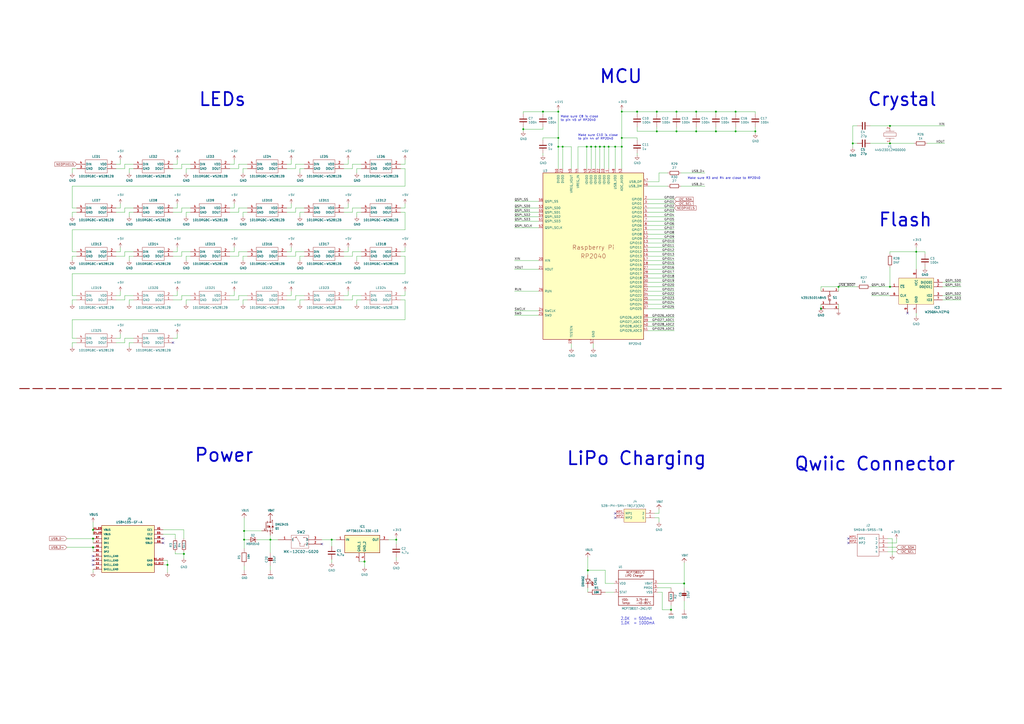
<source format=kicad_sch>
(kicad_sch (version 20231120) (generator "eeschema") (generator_version "8.0")
  (paper "A2")
  (junction (at 97.155 327.66))
  (junction (at 340.995 330.835))
  (junction (at 106.68 321.31))
  (junction (at 314.96 64.77))
  (junction (at 141.605 313.055))
  (junction (at 53.975 317.5))
  (junction (at 516.255 83.185))
  (junction (at 516.255 166.37))
  (junction (at 486.41 166.37))
  (junction (at 356.87 85.09))
  (junction (at 156.845 313.055))
  (junction (at 211.455 325.755))
  (junction (at 303.53 74.93))
  (junction (at 531.495 146.05))
  (junction (at 369.57 64.77))
  (junction (at 426.72 76.2))
  (junction (at 360.68 64.77))
  (junction (at 403.86 64.77))
  (junction (at 360.68 85.09))
  (junction (at 426.72 64.77))
  (junction (at 53.975 307.34))
  (junction (at 392.43 76.2))
  (junction (at 350.52 85.09))
  (junction (at 392.43 64.77))
  (junction (at 326.39 85.09))
  (junction (at 53.975 312.42))
  (junction (at 381 64.77))
  (junction (at 141.605 307.975))
  (junction (at 347.98 85.09))
  (junction (at 353.06 85.09))
  (junction (at 345.44 85.09))
  (junction (at 389.255 353.695))
  (junction (at 516.255 73.025))
  (junction (at 192.405 313.055))
  (junction (at 360.68 80.01))
  (junction (at 494.665 83.185))
  (junction (at 438.15 76.2))
  (junction (at 403.86 76.2))
  (junction (at 340.36 85.09))
  (junction (at 323.85 85.09))
  (junction (at 415.29 76.2))
  (junction (at 229.87 313.055))
  (junction (at 342.9 85.09))
  (junction (at 415.29 64.77))
  (junction (at 476.25 179.07))
  (junction (at 323.85 64.77))
  (junction (at 323.85 80.01))
  (junction (at 396.875 338.455))
  (junction (at 381 76.2))
  (no_connect (at 53.975 325.12))
  (no_connect (at 94.615 312.42))
  (no_connect (at 53.975 327.66))
  (no_connect (at 492.125 312.42))
  (no_connect (at 94.615 314.96))
  (no_connect (at 186.69 315.595))
  (no_connect (at 526.415 181.61))
  (no_connect (at 356.87 300.355))
  (no_connect (at 53.975 322.58))
  (no_connect (at 492.125 314.96))
  (no_connect (at 100.33 198.755))
  (no_connect (at 476.25 179.07))
  (no_connect (at 356.87 297.815))
  (wire (pts (xy 375.92 118.11) (xy 391.16 118.11)))
  (wire (pts (xy 171.45 171.45) (xy 171.45 173.99)))
  (wire (pts (xy 229.87 323.215) (xy 229.87 325.12)))
  (wire (pts (xy 166.37 146.05) (xy 168.91 146.05)))
  (wire (pts (xy 375.92 133.35) (xy 391.16 133.35)))
  (wire (pts (xy 176.53 146.05) (xy 171.45 146.05)))
  (wire (pts (xy 375.92 173.99) (xy 391.16 173.99)))
  (wire (pts (xy 375.92 138.43) (xy 391.16 138.43)))
  (wire (pts (xy 106.68 312.42) (xy 106.68 307.34)))
  (wire (pts (xy 225.425 313.055) (xy 229.87 313.055)))
  (wire (pts (xy 323.85 63.5) (xy 323.85 64.77)))
  (wire (pts (xy 379.73 297.815) (xy 382.27 297.815)))
  (wire (pts (xy 520.065 314.96) (xy 514.985 314.96)))
  (wire (pts (xy 53.975 317.5) (xy 53.975 320.04)))
  (wire (pts (xy 350.52 97.79) (xy 350.52 85.09)))
  (wire (pts (xy 314.96 80.01) (xy 323.85 80.01)))
  (wire (pts (xy 375.92 179.07) (xy 391.16 179.07)))
  (wire (pts (xy 41.91 198.755) (xy 44.45 198.755)))
  (wire (pts (xy 67.31 196.215) (xy 69.85 196.215)))
  (wire (pts (xy 74.93 148.59) (xy 77.47 148.59)))
  (wire (pts (xy 209.55 95.25) (xy 204.47 95.25)))
  (wire (pts (xy 156.845 310.515) (xy 156.845 313.055)) (stroke (width 0.1524)))
  (wire (pts (xy 67.31 95.25) (xy 69.85 95.25)))
  (wire (pts (xy 74.93 173.99) (xy 77.47 173.99)))
  (wire (pts (xy 105.41 173.99) (xy 100.33 173.99)))
  (wire (pts (xy 232.41 171.45) (xy 234.95 171.45)))
  (wire (pts (xy 426.72 76.2) (xy 438.15 76.2)))
  (wire (pts (xy 72.39 146.05) (xy 72.39 148.59)))
  (wire (pts (xy 41.91 173.99) (xy 44.45 173.99)))
  (wire (pts (xy 141.605 307.975) (xy 141.605 300.355)) (stroke (width 0.1524)))
  (wire (pts (xy 107.95 97.79) (xy 110.49 97.79)))
  (wire (pts (xy 102.87 92.71) (xy 102.87 95.25)))
  (wire (pts (xy 312.42 168.91) (xy 298.45 168.91)))
  (wire (pts (xy 74.93 198.755) (xy 77.47 198.755)))
  (wire (pts (xy 312.42 182.88) (xy 298.45 182.88)))
  (wire (pts (xy 375.92 186.69) (xy 391.16 186.69)))
  (wire (pts (xy 331.47 85.09) (xy 326.39 85.09)))
  (wire (pts (xy 546.735 166.37) (xy 557.53 166.37)))
  (wire (pts (xy 171.45 95.25) (xy 171.45 97.79)))
  (wire (pts (xy 379.73 300.355) (xy 382.27 300.355)))
  (wire (pts (xy 144.145 313.055) (xy 141.605 313.055)) (stroke (width 0.1524)))
  (wire (pts (xy 476.25 166.37) (xy 486.41 166.37)))
  (wire (pts (xy 415.29 66.04) (xy 415.29 64.77)))
  (wire (pts (xy 166.37 171.45) (xy 168.91 171.45)))
  (wire (pts (xy 72.39 95.25) (xy 72.39 97.79)))
  (wire (pts (xy 375.92 107.95) (xy 387.35 107.95)))
  (wire (pts (xy 516.255 83.185) (xy 530.225 83.185)))
  (wire (pts (xy 110.49 120.65) (xy 105.41 120.65)))
  (wire (pts (xy 201.93 118.11) (xy 201.93 120.65)))
  (wire (pts (xy 234.95 118.11) (xy 234.95 120.65)))
  (wire (pts (xy 520.065 317.5) (xy 514.985 317.5)))
  (wire (pts (xy 351.155 343.535) (xy 356.235 343.535)) (stroke (width 0.1524)))
  (wire (pts (xy 173.99 148.59) (xy 176.53 148.59)))
  (wire (pts (xy 201.93 168.91) (xy 201.93 171.45)))
  (wire (pts (xy 171.45 120.65) (xy 171.45 123.19)))
  (wire (pts (xy 105.41 120.65) (xy 105.41 123.19)))
  (wire (pts (xy 546.735 163.83) (xy 557.53 163.83)))
  (wire (pts (xy 229.87 313.055) (xy 229.87 315.595)))
  (wire (pts (xy 381.635 340.995) (xy 389.255 340.995)) (stroke (width 0.1524)))
  (wire (pts (xy 209.55 171.45) (xy 204.47 171.45)))
  (wire (pts (xy 141.605 330.835) (xy 141.605 328.295)) (stroke (width 0.1524)))
  (wire (pts (xy 486.41 166.37) (xy 486.41 168.91)))
  (wire (pts (xy 207.01 125.73) (xy 207.01 123.19)))
  (wire (pts (xy 323.85 85.09) (xy 323.85 97.79)))
  (wire (pts (xy 77.47 95.25) (xy 72.39 95.25)))
  (wire (pts (xy 204.47 146.05) (xy 204.47 148.59)))
  (wire (pts (xy 199.39 146.05) (xy 201.93 146.05)))
  (wire (pts (xy 72.39 123.19) (xy 67.31 123.19)))
  (wire (pts (xy 53.975 307.34) (xy 53.975 309.88)))
  (wire (pts (xy 106.68 323.85) (xy 106.68 321.31)))
  (wire (pts (xy 143.51 95.25) (xy 138.43 95.25)))
  (wire (pts (xy 298.45 120.65) (xy 312.42 120.65)))
  (wire (pts (xy 107.95 148.59) (xy 110.49 148.59)))
  (wire (pts (xy 211.455 328.93) (xy 211.455 325.755)))
  (wire (pts (xy 494.665 83.185) (xy 494.665 85.725)))
  (wire (pts (xy 173.99 173.99) (xy 176.53 173.99)))
  (wire (pts (xy 531.495 143.51) (xy 531.495 146.05)))
  (wire (pts (xy 340.36 85.09) (xy 342.9 85.09)))
  (wire (pts (xy 102.87 118.11) (xy 102.87 120.65)))
  (wire (pts (xy 381.635 338.455) (xy 396.875 338.455)) (stroke (width 0.1524)))
  (wire (pts (xy 375.92 171.45) (xy 391.16 171.45)))
  (wire (pts (xy 351.155 338.455) (xy 356.235 338.455)) (stroke (width 0.1524)))
  (wire (pts (xy 41.91 97.79) (xy 44.45 97.79)))
  (wire (pts (xy 138.43 171.45) (xy 138.43 173.99)))
  (wire (pts (xy 105.41 148.59) (xy 100.33 148.59)))
  (wire (pts (xy 168.91 92.71) (xy 168.91 95.25)))
  (wire (pts (xy 194.945 313.055) (xy 192.405 313.055)))
  (wire (pts (xy 531.495 183.515) (xy 531.495 181.61)))
  (wire (pts (xy 303.53 73.66) (xy 303.53 74.93)))
  (wire (pts (xy 135.89 168.91) (xy 135.89 171.45)))
  (wire (pts (xy 106.68 321.31) (xy 106.68 320.04)))
  (wire (pts (xy 69.85 118.11) (xy 69.85 120.65)))
  (wire (pts (xy 375.92 156.21) (xy 391.16 156.21)))
  (wire (pts (xy 375.92 176.53) (xy 391.16 176.53)))
  (wire (pts (xy 204.47 97.79) (xy 199.39 97.79)))
  (wire (pts (xy 340.995 330.835) (xy 351.155 330.835)) (stroke (width 0.1524)))
  (wire (pts (xy 156.845 313.055) (xy 161.29 313.055)))
  (wire (pts (xy 140.97 173.99) (xy 143.51 173.99)))
  (wire (pts (xy 396.875 326.39) (xy 396.875 338.455)) (stroke (width 0.1524)))
  (wire (pts (xy 356.87 97.79) (xy 356.87 85.09)))
  (wire (pts (xy 517.525 312.42) (xy 514.985 312.42)))
  (wire (pts (xy 520.065 320.04) (xy 514.985 320.04)))
  (wire (pts (xy 135.89 92.71) (xy 135.89 95.25)))
  (wire (pts (xy 41.91 146.05) (xy 44.45 146.05)))
  (wire (pts (xy 101.6 320.04) (xy 101.6 321.31)))
  (wire (pts (xy 486.41 166.37) (xy 497.205 166.37)))
  (wire (pts (xy 77.47 120.65) (xy 72.39 120.65)))
  (wire (pts (xy 176.53 95.25) (xy 171.45 95.25)))
  (wire (pts (xy 207.01 173.99) (xy 209.55 173.99)))
  (wire (pts (xy 207.01 176.53) (xy 207.01 173.99)))
  (wire (pts (xy 516.255 154.94) (xy 516.255 166.37)))
  (wire (pts (xy 151.765 307.975) (xy 141.605 307.975)) (stroke (width 0.1524)))
  (wire (pts (xy 546.735 173.99) (xy 557.53 173.99)))
  (wire (pts (xy 204.47 171.45) (xy 204.47 173.99)))
  (wire (pts (xy 234.95 148.59) (xy 234.95 158.75)))
  (wire (pts (xy 186.69 313.055) (xy 192.405 313.055)))
  (wire (pts (xy 138.43 95.25) (xy 138.43 97.79)))
  (polyline (pts (xy 11.43 225.425) (xy 581.66 225.425)) (stroke (width 0.508) (type dash) (color 132 0 0 1)))
  (wire (pts (xy 173.99 151.13) (xy 173.99 148.59)))
  (wire (pts (xy 375.92 135.89) (xy 391.16 135.89)))
  (wire (pts (xy 176.53 171.45) (xy 171.45 171.45)))
  (wire (pts (xy 375.92 191.77) (xy 391.16 191.77)))
  (wire (pts (xy 375.92 115.57) (xy 391.16 115.57)))
  (wire (pts (xy 234.95 185.42) (xy 41.91 185.42)))
  (wire (pts (xy 106.68 307.34) (xy 94.615 307.34)))
  (wire (pts (xy 504.825 83.185) (xy 516.255 83.185)))
  (wire (pts (xy 173.99 97.79) (xy 176.53 97.79)))
  (wire (pts (xy 342.9 85.09) (xy 345.44 85.09)))
  (wire (pts (xy 415.29 73.66) (xy 415.29 76.2)))
  (wire (pts (xy 375.92 125.73) (xy 391.16 125.73)))
  (wire (pts (xy 97.155 325.12) (xy 94.615 325.12)))
  (wire (pts (xy 426.72 76.2) (xy 415.29 76.2)))
  (wire (pts (xy 204.47 123.19) (xy 199.39 123.19)))
  (wire (pts (xy 77.47 196.215) (xy 72.39 196.215)))
  (wire (pts (xy 41.91 158.75) (xy 41.91 171.45)))
  (wire (pts (xy 138.43 146.05) (xy 138.43 148.59)))
  (wire (pts (xy 312.42 180.34) (xy 298.45 180.34)))
  (wire (pts (xy 209.55 146.05) (xy 204.47 146.05)))
  (wire (pts (xy 143.51 146.05) (xy 138.43 146.05)))
  (wire (pts (xy 133.35 171.45) (xy 135.89 171.45)))
  (wire (pts (xy 168.91 143.51) (xy 168.91 146.05)))
  (wire (pts (xy 211.455 325.755) (xy 208.28 325.755)))
  (wire (pts (xy 382.27 300.355) (xy 382.27 302.895)))
  (wire (pts (xy 394.97 107.95) (xy 408.94 107.95)))
  (wire (pts (xy 394.97 100.33) (xy 408.94 100.33)))
  (wire (pts (xy 204.47 148.59) (xy 199.39 148.59)))
  (wire (pts (xy 149.225 313.055) (xy 156.845 313.055)) (stroke (width 0.1524)))
  (wire (pts (xy 381 76.2) (xy 369.57 76.2)))
  (wire (pts (xy 323.85 80.01) (xy 323.85 85.09)))
  (wire (pts (xy 326.39 97.79) (xy 326.39 85.09)))
  (wire (pts (xy 94.615 327.66) (xy 97.155 327.66)))
  (wire (pts (xy 105.41 97.79) (xy 100.33 97.79)))
  (wire (pts (xy 403.86 76.2) (xy 392.43 76.2)))
  (wire (pts (xy 331.47 97.79) (xy 331.47 85.09)))
  (wire (pts (xy 340.995 330.835) (xy 340.995 333.375)))
  (wire (pts (xy 133.35 146.05) (xy 135.89 146.05)))
  (wire (pts (xy 74.93 97.79) (xy 77.47 97.79)))
  (wire (pts (xy 360.68 85.09) (xy 360.68 97.79)))
  (wire (pts (xy 41.91 125.73) (xy 41.91 123.19)))
  (wire (pts (xy 350.52 85.09) (xy 353.06 85.09)))
  (wire (pts (xy 173.99 176.53) (xy 173.99 173.99)))
  (wire (pts (xy 353.06 85.09) (xy 356.87 85.09)))
  (wire (pts (xy 536.575 154.94) (xy 536.575 155.575)))
  (wire (pts (xy 74.93 176.53) (xy 74.93 173.99)))
  (wire (pts (xy 375.92 105.41) (xy 382.27 105.41)))
  (wire (pts (xy 69.85 168.91) (xy 69.85 171.45)))
  (wire (pts (xy 360.68 63.5) (xy 360.68 64.77)))
  (wire (pts (xy 360.68 80.01) (xy 360.68 85.09)))
  (wire (pts (xy 382.27 100.33) (xy 382.27 105.41)))
  (wire (pts (xy 504.825 166.37) (xy 516.255 166.37)))
  (wire (pts (xy 476.25 176.53) (xy 476.25 179.07)))
  (wire (pts (xy 403.86 66.04) (xy 403.86 64.77)))
  (wire (pts (xy 234.95 168.91) (xy 234.95 171.45)))
  (wire (pts (xy 110.49 171.45) (xy 105.41 171.45)))
  (wire (pts (xy 314.96 74.93) (xy 314.96 73.66)))
  (wire (pts (xy 335.28 97.79) (xy 335.28 85.09)))
  (wire (pts (xy 375.92 166.37) (xy 391.16 166.37)))
  (wire (pts (xy 342.9 97.79) (xy 342.9 85.09)))
  (wire (pts (xy 298.45 125.73) (xy 312.42 125.73)))
  (wire (pts (xy 381 66.04) (xy 381 64.77)))
  (wire (pts (xy 326.39 85.09) (xy 323.85 85.09)))
  (wire (pts (xy 41.91 171.45) (xy 44.45 171.45)))
  (wire (pts (xy 340.995 323.215) (xy 340.995 330.835)) (stroke (width 0.1524)))
  (wire (pts (xy 375.92 168.91) (xy 391.16 168.91)))
  (wire (pts (xy 105.41 171.45) (xy 105.41 173.99)))
  (wire (pts (xy 41.91 185.42) (xy 41.91 196.215)))
  (wire (pts (xy 199.39 120.65) (xy 201.93 120.65)))
  (wire (pts (xy 360.68 64.77) (xy 369.57 64.77)))
  (wire (pts (xy 97.155 332.105) (xy 97.155 327.66)))
  (wire (pts (xy 102.87 193.675) (xy 102.87 196.215)))
  (wire (pts (xy 375.92 146.05) (xy 391.16 146.05)))
  (wire (pts (xy 536.575 147.32) (xy 536.575 146.05)))
  (wire (pts (xy 173.99 100.33) (xy 173.99 97.79)))
  (wire (pts (xy 140.97 176.53) (xy 140.97 173.99)))
  (wire (pts (xy 135.89 118.11) (xy 135.89 120.65)))
  (wire (pts (xy 369.57 88.9) (xy 369.57 90.17)))
  (wire (pts (xy 140.97 97.79) (xy 143.51 97.79)))
  (wire (pts (xy 72.39 171.45) (xy 72.39 173.99)))
  (wire (pts (xy 41.91 120.65) (xy 44.45 120.65)))
  (wire (pts (xy 375.92 143.51) (xy 391.16 143.51)))
  (wire (pts (xy 546.735 171.45) (xy 557.53 171.45)))
  (wire (pts (xy 72.39 97.79) (xy 67.31 97.79)))
  (wire (pts (xy 41.91 151.13) (xy 41.91 148.59)))
  (wire (pts (xy 375.92 189.23) (xy 391.16 189.23)))
  (wire (pts (xy 67.31 146.05) (xy 69.85 146.05)))
  (wire (pts (xy 171.45 173.99) (xy 166.37 173.99)))
  (wire (pts (xy 347.98 85.09) (xy 350.52 85.09)))
  (wire (pts (xy 314.96 81.28) (xy 314.96 80.01)))
  (wire (pts (xy 204.47 173.99) (xy 199.39 173.99)))
  (wire (pts (xy 396.875 348.615) (xy 396.875 353.695)) (stroke (width 0.1524)))
  (wire (pts (xy 381.635 343.535) (xy 384.175 343.535)) (stroke (width 0.1524)))
  (wire (pts (xy 415.29 76.2) (xy 403.86 76.2)))
  (wire (pts (xy 369.57 64.77) (xy 381 64.77)))
  (wire (pts (xy 375.92 163.83) (xy 391.16 163.83)))
  (wire (pts (xy 516.255 146.05) (xy 531.495 146.05)))
  (wire (pts (xy 232.41 123.19) (xy 234.95 123.19)))
  (wire (pts (xy 298.45 151.13) (xy 312.42 151.13)))
  (wire (pts (xy 101.6 321.31) (xy 106.68 321.31)))
  (wire (pts (xy 207.01 151.13) (xy 207.01 148.59)))
  (wire (pts (xy 110.49 95.25) (xy 105.41 95.25)))
  (wire (pts (xy 340.36 97.79) (xy 340.36 85.09)))
  (wire (pts (xy 303.53 74.93) (xy 303.53 76.2)))
  (wire (pts (xy 41.91 133.35) (xy 41.91 146.05)))
  (wire (pts (xy 140.97 151.13) (xy 140.97 148.59)))
  (wire (pts (xy 207.01 123.19) (xy 209.55 123.19)))
  (wire (pts (xy 392.43 66.04) (xy 392.43 64.77)))
  (wire (pts (xy 516.255 73.025) (xy 548.005 73.025)))
  (wire (pts (xy 392.43 76.2) (xy 381 76.2)))
  (wire (pts (xy 351.155 330.835) (xy 351.155 338.455)) (stroke (width 0.1524)))
  (wire (pts (xy 344.17 199.39) (xy 344.17 201.93)))
  (wire (pts (xy 375.92 158.75) (xy 391.16 158.75)))
  (wire (pts (xy 345.44 97.79) (xy 345.44 85.09)))
  (wire (pts (xy 335.28 85.09) (xy 340.36 85.09)))
  (wire (pts (xy 232.41 173.99) (xy 234.95 173.99)))
  (wire (pts (xy 166.37 95.25) (xy 168.91 95.25)))
  (wire (pts (xy 171.45 97.79) (xy 166.37 97.79)))
  (wire (pts (xy 74.93 201.295) (xy 74.93 198.755)))
  (wire (pts (xy 375.92 153.67) (xy 391.16 153.67)))
  (wire (pts (xy 303.53 74.93) (xy 314.96 74.93)))
  (wire (pts (xy 381 73.66) (xy 381 76.2)))
  (wire (pts (xy 44.45 196.215) (xy 41.91 196.215)))
  (wire (pts (xy 207.01 97.79) (xy 209.55 97.79)))
  (wire (pts (xy 141.605 318.135) (xy 141.605 313.055)) (stroke (width 0.1524)))
  (wire (pts (xy 67.31 120.65) (xy 69.85 120.65)))
  (wire (pts (xy 369.57 73.66) (xy 369.57 76.2)))
  (wire (pts (xy 312.42 156.21) (xy 298.45 156.21)))
  (wire (pts (xy 340.995 340.995) (xy 340.995 343.535)))
  (wire (pts (xy 41.91 198.755) (xy 41.91 201.295)))
  (wire (pts (xy 314.96 66.04) (xy 314.96 64.77)))
  (wire (pts (xy 67.31 171.45) (xy 69.85 171.45)))
  (wire (pts (xy 201.93 92.71) (xy 201.93 95.25)))
  (wire (pts (xy 140.97 125.73) (xy 140.97 123.19)))
  (wire (pts (xy 426.72 64.77) (xy 438.15 64.77)))
  (wire (pts (xy 232.41 146.05) (xy 234.95 146.05)))
  (wire (pts (xy 347.98 97.79) (xy 347.98 85.09)))
  (wire (pts (xy 531.495 146.05) (xy 531.495 156.21)))
  (wire (pts (xy 314.96 88.9) (xy 314.96 90.17)))
  (wire (pts (xy 171.45 146.05) (xy 171.45 148.59)))
  (wire (pts (xy 41.91 107.95) (xy 41.91 120.65)))
  (wire (pts (xy 438.15 73.66) (xy 438.15 76.2)))
  (wire (pts (xy 375.92 130.81) (xy 391.16 130.81)))
  (wire (pts (xy 505.46 171.45) (xy 516.255 171.45)))
  (wire (pts (xy 102.87 168.91) (xy 102.87 171.45)))
  (wire (pts (xy 232.41 120.65) (xy 234.95 120.65)))
  (wire (pts (xy 133.35 95.25) (xy 135.89 95.25)))
  (wire (pts (xy 77.47 146.05) (xy 72.39 146.05)))
  (wire (pts (xy 38.735 312.42) (xy 53.975 312.42)))
  (wire (pts (xy 41.91 100.33) (xy 41.91 97.79)))
  (wire (pts (xy 72.39 198.755) (xy 67.31 198.755)))
  (wire (pts (xy 192.405 313.055) (xy 192.405 316.865)))
  (wire (pts (xy 192.405 326.39) (xy 192.405 324.485)))
  (wire (pts (xy 97.155 327.66) (xy 97.155 325.12)))
  (wire (pts (xy 396.875 338.455) (xy 396.875 340.995)) (stroke (width 0.1524)))
  (wire (pts (xy 369.57 81.28) (xy 369.57 80.01)))
  (wire (pts (xy 133.35 120.65) (xy 135.89 120.65)))
  (wire (pts (xy 234.95 158.75) (xy 41.91 158.75)))
  (wire (pts (xy 298.45 123.19) (xy 312.42 123.19)))
  (wire (pts (xy 207.01 148.59) (xy 209.55 148.59)))
  (wire (pts (xy 303.53 66.04) (xy 303.53 64.77)))
  (wire (pts (xy 102.87 143.51) (xy 102.87 146.05)))
  (wire (pts (xy 504.825 73.025) (xy 516.255 73.025)))
  (wire (pts (xy 375.92 140.97) (xy 391.16 140.97)))
  (wire (pts (xy 140.97 148.59) (xy 143.51 148.59)))
  (wire (pts (xy 100.33 171.45) (xy 102.87 171.45)))
  (wire (pts (xy 199.39 95.25) (xy 201.93 95.25)))
  (wire (pts (xy 204.47 95.25) (xy 204.47 97.79)))
  (wire (pts (xy 69.85 92.71) (xy 69.85 95.25)))
  (wire (pts (xy 234.95 97.79) (xy 234.95 107.95)))
  (wire (pts (xy 168.91 118.11) (xy 168.91 120.65)))
  (wire (pts (xy 403.86 64.77) (xy 415.29 64.77)))
  (wire (pts (xy 77.47 171.45) (xy 72.39 171.45)))
  (wire (pts (xy 168.91 168.91) (xy 168.91 171.45)))
  (wire (pts (xy 41.91 176.53) (xy 41.91 173.99)))
  (wire (pts (xy 360.68 80.01) (xy 369.57 80.01)))
  (wire (pts (xy 323.85 64.77) (xy 323.85 80.01)))
  (wire (pts (xy 520.065 312.42) (xy 520.065 314.96)))
  (wire (pts (xy 382.27 100.33) (xy 387.35 100.33)))
  (wire (pts (xy 100.33 95.25) (xy 102.87 95.25)))
  (wire (pts (xy 72.39 120.65) (xy 72.39 123.19)))
  (wire (pts (xy 486.41 176.53) (xy 486.41 179.07)))
  (wire (pts (xy 176.53 120.65) (xy 171.45 120.65)))
  (wire (pts (xy 204.47 120.65) (xy 204.47 123.19)))
  (wire (pts (xy 135.89 143.51) (xy 135.89 146.05)))
  (wire (pts (xy 403.86 73.66) (xy 403.86 76.2)))
  (wire (pts (xy 100.33 120.65) (xy 102.87 120.65)))
  (wire (pts (xy 171.45 123.19) (xy 166.37 123.19)))
  (wire (pts (xy 375.92 161.29) (xy 391.16 161.29)))
  (wire (pts (xy 173.99 123.19) (xy 176.53 123.19)))
  (wire (pts (xy 110.49 146.05) (xy 105.41 146.05)))
  (wire (pts (xy 375.92 123.19) (xy 391.16 123.19)))
  (wire (pts (xy 426.72 66.04) (xy 426.72 64.77)))
  (wire (pts (xy 41.91 148.59) (xy 44.45 148.59)))
  (wire (pts (xy 74.93 151.13) (xy 74.93 148.59)))
  (wire (pts (xy 201.93 143.51) (xy 201.93 146.05)))
  (wire (pts (xy 375.92 128.27) (xy 391.16 128.27)))
  (wire (pts (xy 438.15 66.04) (xy 438.15 64.77)))
  (wire (pts (xy 381 64.77) (xy 392.43 64.77)))
  (wire (pts (xy 69.85 143.51) (xy 69.85 146.05)))
  (wire (pts (xy 105.41 95.25) (xy 105.41 97.79)))
  (wire (pts (xy 415.29 64.77) (xy 426.72 64.77)))
  (wire (pts (xy 53.975 302.895) (xy 53.975 307.34)))
  (wire (pts (xy 38.735 317.5) (xy 53.975 317.5)))
  (wire (pts (xy 173.99 125.73) (xy 173.99 123.19)))
  (wire (pts (xy 392.43 73.66) (xy 392.43 76.2)))
  (wire (pts (xy 107.95 125.73) (xy 107.95 123.19)))
  (wire (pts (xy 209.55 120.65) (xy 204.47 120.65)))
  (wire (pts (xy 384.175 353.695) (xy 389.255 353.695)) (stroke (width 0.1524)))
  (wire (pts (xy 94.615 309.88) (xy 101.6 309.88)))
  (wire (pts (xy 72.39 196.215) (xy 72.39 198.755)))
  (wire (pts (xy 41.91 123.19) (xy 44.45 123.19)))
  (wire (pts (xy 312.42 132.08) (xy 298.45 132.08)))
  (wire (pts (xy 234.95 133.35) (xy 41.91 133.35)))
  (wire (pts (xy 303.53 64.77) (xy 314.96 64.77)))
  (wire (pts (xy 74.93 100.33) (xy 74.93 97.79)))
  (wire (pts (xy 207.01 100.33) (xy 207.01 97.79)))
  (wire (pts (xy 375.92 184.15) (xy 391.16 184.15)))
  (wire (pts (xy 234.95 92.71) (xy 234.95 95.25)))
  (wire (pts (xy 375.92 151.13) (xy 391.16 151.13)))
  (wire (pts (xy 312.42 116.84) (xy 298.45 116.84)))
  (wire (pts (xy 298.45 128.27) (xy 312.42 128.27)))
  (wire (pts (xy 234.95 173.99) (xy 234.95 185.42)))
  (wire (pts (xy 537.845 83.185) (xy 548.005 83.185)))
  (wire (pts (xy 138.43 123.19) (xy 133.35 123.19)))
  (wire (pts (xy 331.47 199.39) (xy 331.47 201.93)))
  (wire (pts (xy 497.205 83.185) (xy 494.665 83.185)))
  (wire (pts (xy 72.39 173.99) (xy 67.31 173.99)))
  (wire (pts (xy 171.45 148.59) (xy 166.37 148.59)))
  (wire (pts (xy 105.41 123.19) (xy 100.33 123.19)))
  (wire (pts (xy 360.68 64.77) (xy 360.68 80.01)))
  (wire (pts (xy 100.33 196.215) (xy 102.87 196.215)))
  (wire (pts (xy 516.255 147.32) (xy 516.255 146.05)))
  (wire (pts (xy 140.97 123.19) (xy 143.51 123.19)))
  (wire (pts (xy 166.37 120.65) (xy 168.91 120.65)))
  (wire (pts (xy 517.525 321.945) (xy 517.525 312.42)))
  (wire (pts (xy 138.43 173.99) (xy 133.35 173.99)))
  (wire (pts (xy 375.92 148.59) (xy 391.16 148.59)))
  (wire (pts (xy 232.41 148.59) (xy 234.95 148.59)))
  (wire (pts (xy 140.97 100.33) (xy 140.97 97.79)))
  (wire (pts (xy 232.41 95.25) (xy 234.95 95.25)))
  (wire (pts (xy 69.85 193.675) (xy 69.85 196.215)))
  (wire (pts (xy 53.975 332.105) (xy 53.975 330.2)))
  (wire (pts (xy 476.25 168.91) (xy 476.25 166.37)))
  (wire (pts (xy 438.15 76.2) (xy 438.15 77.47)))
  (wire (pts (xy 392.43 64.77) (xy 403.86 64.77)))
  (wire (pts (xy 156.845 328.295) (xy 156.845 330.835)) (stroke (width 0.1524)))
  (wire (pts (xy 375.92 120.65) (xy 391.16 120.65)))
  (wire (pts (xy 143.51 120.65) (xy 138.43 120.65)))
  (wire (pts (xy 72.39 148.59) (xy 67.31 148.59)))
  (wire (pts (xy 107.95 151.13) (xy 107.95 148.59)))
  (wire (pts (xy 536.575 146.05) (xy 531.495 146.05)))
  (wire (pts (xy 107.95 100.33) (xy 107.95 97.79)))
  (wire (pts (xy 232.41 97.79) (xy 234.95 97.79)))
  (wire (pts (xy 141.605 313.055) (xy 141.605 307.975)) (stroke (width 0.1524)))
  (wire (pts (xy 138.43 148.59) (xy 133.35 148.59)))
  (wire (pts (xy 105.41 146.05) (xy 105.41 148.59)))
  (wire (pts (xy 234.95 143.51) (xy 234.95 146.05)))
  (wire (pts (xy 143.51 171.45) (xy 138.43 171.45)))
  (wire (pts (xy 74.93 123.19) (xy 77.47 123.19)))
  (wire (pts (xy 234.95 107.95) (xy 41.91 107.95)))
  (wire (pts (xy 138.43 120.65) (xy 138.43 123.19)))
  (wire (pts (xy 382.27 297.815) (xy 382.27 295.275)))
  (wire (pts (xy 345.44 85.09) (xy 347.98 85.09)))
  (wire (pts (xy 74.93 125.73) (xy 74.93 123.19)))
  (wire (pts (xy 107.95 176.53) (xy 107.95 173.99)))
  (wire (pts (xy 389.255 351.155) (xy 389.255 353.695)) (stroke (width 0.1524)))
  (wire (pts (xy 199.39 171.45) (xy 201.93 171.45)))
  (wire (pts (xy 353.06 85.09) (xy 353.06 97.79)))
  (wire (pts (xy 229.87 313.055) (xy 229.87 311.785)))
  (wire (pts (xy 497.205 73.025) (xy 494.665 73.025)))
  (wire (pts (xy 100.33 146.05) (xy 102.87 146.05)))
  (wire (pts (xy 356.87 85.09) (xy 360.68 85.09)))
  (wire (pts (xy 107.95 123.19) (xy 110.49 123.19)))
  (wire (pts (xy 384.175 343.535) (xy 384.175 353.695)) (stroke (width 0.1524)))
  (wire (pts (xy 494.665 73.025) (xy 494.665 83.185)))
  (wire (pts (xy 101.6 312.42) (xy 101.6 309.88)))
  (wire (pts (xy 138.43 97.79) (xy 133.35 97.79)))
  (wire (pts (xy 426.72 73.66) (xy 426.72 76.2)))
  (wire (pts (xy 107.95 173.99) (xy 110.49 173.99)))
  (wire (pts (xy 156.845 313.055) (xy 156.845 320.675)) (stroke (width 0.1524)))
  (wire (pts (xy 369.57 66.04) (xy 369.57 64.77)))
  (wire (pts (xy 234.95 123.19) (xy 234.95 133.35)))
  (wire (pts (xy 53.975 312.42) (xy 53.975 314.96)))
  (wire (pts (xy 314.96 64.77) (xy 323.85 64.77)))
  (text "2.0K  = 500mA" (at 360.045 360.045 0) (effects (font (size 1.778 1.5113)) (justify left bottom)))
  (text "Crystal\n" (at 502.92 62.23 0) (effects (font (size 7.62 7.62) (thickness 1.016) (bold yes)) (justify left bottom)))
  (text "Make sure C10 is close\nto pin 44 of RP2040" (at 335.28 81.28 0) (effects (font (size 1.27 1.27)) (justify left bottom)))
  (text "Power" (at 112.395 268.605 0) (effects (font (size 7.62 7.62) (thickness 1.016) (bold yes)) (justify left bottom)))
  (text "LEDs" (at 114.935 62.23 0) (effects (font (size 7.62 7.62) (thickness 1.016) (bold yes)) (justify left bottom)))
  (text "LiPo Charging" (at 328.295 270.51 0) (effects (font (size 7.62 7.62) (thickness 1.016) (bold yes)) (justify left bottom)))
  (text "1.0K  = 1000mA" (at 360.045 362.585 0) (effects (font (size 1.778 1.5113)) (justify left bottom)))
  (text "Make sure C8 is close\nto pin 45 of RP2040" (at 325.12 70.485 0) (effects (font (size 1.27 1.27)) (justify left bottom)))
  (text "Qwiic Connector" (at 460.375 273.685 0) (effects (font (size 7.62 7.62) (thickness 1.016) (bold yes)) (justify left bottom)))
  (text "Make sure R3 and R4 are close to RP2040" (at 398.78 104.14 0) (effects (font (size 1.27 1.27)) (justify left bottom)))
  (text "Flash\n" (at 509.27 132.08 0) (effects (font (size 7.62 7.62) (thickness 1.016) (bold yes)) (justify left bottom)))
  (text "MCU" (at 347.345 48.895 0) (effects (font (size 7.62 7.62) (thickness 1.016) (bold yes)) (justify left bottom)))
  (label "GPIO3" (at 391.16 123.19 180))
  (label "SWCLK" (at 298.45 180.34 0))
  (label "GPIO20" (at 391.16 166.37 180))
  (label "GPIO0" (at 391.16 115.57 180))
  (label "SWD" (at 298.45 182.88 0))
  (label "GPIO7" (at 391.16 133.35 180))
  (label "QSPI_SS" (at 298.45 116.84 0))
  (label "QSPI_SS" (at 505.46 166.37 0))
  (label "QSPI_SD2" (at 298.45 125.73 0))
  (label "QSPI_SD2" (at 557.53 171.45 180))
  (label "GPIO17" (at 391.16 158.75 180))
  (label "GPIO27_ADC1" (at 391.16 186.69 180))
  (label "QSPI_SD0" (at 557.53 163.83 180))
  (label "GPIO13" (at 391.16 148.59 180))
  (label "USB_D-" (at 408.94 107.95 180))
  (label "GPIO10" (at 391.16 140.97 180))
  (label "GPIO15" (at 391.16 153.67 180))
  (label "GPIO12" (at 391.16 146.05 180))
  (label "GPIO11" (at 391.16 143.51 180))
  (label "QSPI_SD1" (at 557.53 166.37 180))
  (label "GPIO26_ADC0" (at 391.16 184.15 180))
  (label "GPIO24" (at 391.16 176.53 180))
  (label "XOUT" (at 548.005 83.185 180))
  (label "GPIO4" (at 391.16 125.73 180))
  (label "GPIO22" (at 391.16 171.45 180))
  (label "USB_D+" (at 408.94 100.33 180))
  (label "GPIO23" (at 391.16 173.99 180))
  (label "QSPI_SD1" (at 298.45 123.19 0))
  (label "QSPI_SD0" (at 298.45 120.65 0))
  (label "XOUT" (at 298.45 156.21 0))
  (label "RUN" (at 298.45 168.91 0))
  (label "QSPI_SD3" (at 557.53 173.99 180))
  (label "~{USB_BOOT}" (at 486.41 166.37 0))
  (label "QSPI_SD3" (at 298.45 128.27 0))
  (label "GPIO19" (at 391.16 163.83 180))
  (label "GPIO1" (at 391.16 118.11 180))
  (label "GPIO28_ADC2" (at 391.16 189.23 180))
  (label "GPIO5" (at 391.16 128.27 180))
  (label "GPIO2" (at 391.16 120.65 180))
  (label "GPIO8" (at 391.16 135.89 180))
  (label "GPIO16" (at 391.16 156.21 180))
  (label "GPIO18" (at 391.16 161.29 180))
  (label "GPIO25" (at 391.16 179.07 180))
  (label "GPIO14" (at 391.16 151.13 180))
  (label "XIN" (at 548.005 73.025 180))
  (label "GPIO29_ADC3" (at 391.16 191.77 180))
  (label "GPIO21" (at 391.16 168.91 180))
  (label "QSPI_SCLK" (at 505.46 171.45 0))
  (label "QSPI_SCLK" (at 298.45 132.08 0))
  (label "GPIO9" (at 391.16 138.43 180))
  (label "XIN" (at 298.45 151.13 0))
  (label "GPIO6" (at 391.16 130.81 180))
  (global_label "USB_D-" (shape input) (at 38.735 312.42 180) (property "Intersheetrefs" "${INTERSHEET_REFS}" (effects (hide yes))))
  (global_label " I2C_SDA" (shape input) (at 520.065 317.5 0) (property "Intersheetrefs" "${INTERSHEET_REFS}" (effects (hide yes))))
  (global_label "NEOPIXELS" (shape input) (at 44.45 95.25 180) (property "Intersheetrefs" "${INTERSHEET_REFS}" (effects (hide yes))))
  (global_label " I2C_SCL" (shape input) (at 520.065 320.04 0) (property "Intersheetrefs" "${INTERSHEET_REFS}" (effects (hide yes))))
  (global_label "NEOPIXELS" (shape input) (at 391.16 120.65 0) (property "Intersheetrefs" "${INTERSHEET_REFS}" (effects (hide yes))))
  (global_label " I2C_SCL" (shape input) (at 391.16 118.11 0) (property "Intersheetrefs" "${INTERSHEET_REFS}" (effects (hide yes))))
  (global_label "USB_D+" (shape input) (at 38.735 317.5 180) (property "Intersheetrefs" "${INTERSHEET_REFS}" (effects (hide yes))))
  (global_label " I2C_SDA" (shape input) (at 391.16 115.57 0) (property "Intersheetrefs" "${INTERSHEET_REFS}" (effects (hide yes))))
  (symbol (lib_id "power:GND") (at 74.93 176.53 0) (unit 1)
    (property "Reference" "#PWR039" (effects (hide yes)))
    (property "Value" "GND" (effects (hide yes)))
  )
  (symbol (lib_id "power:+3V3") (at 229.87 311.785 0) (unit 1)
    (property "Reference" "#PWR0110" (effects (hide yes)))
    (property "Value" "+3V3" (at 230.251 307.3908 0))
  )
  (symbol (lib_id "Device:C") (at 229.87 319.405 0) (unit 1)
    (property "Reference" "C2" (at 232.791 318.2366 0) (effects (justify left)))
    (property "Value" "4.7u" (at 232.791 320.548 0) (effects (justify left)))
    (property "Footprint" "Capacitor_SMD:C_0603_1608Metric" (effects (hide yes)))
  )
  (symbol (lib_id "53261-0271:53261-0271") (at 379.73 297.815 0) (mirror y) (unit 1)
    (property "Reference" "J4" (at 368.3 290.83 0))
    (property "Value" "S2B-PH-SM4-TB(LF)(SN)" (at 361.315 293.37 0))
    (property "Footprint" "Connector_JST:JST_PH_S2B-PH-SM4-TB_1x02-1MP_P2.00mm_Horizontal" (effects (hide yes)))
    (property "Datasheet" "https://www.molex.com/pdm_docs/sd/532610271_sd.pdf" (effects (hide yes)))
    (property "Description" "1.25mm Pitch, PicoBlade PCB Header, Single Row, Right-Angle, Surface Mount, Tin (Sn) Plating, Friction Lock,  Circuits, Tape and Reel" (effects (hide yes)))
    (property "Height" "3.65" (effects (hide yes)))
    (property "Mouser Part Number" "538-53261-0271" (effects (hide yes)))
    (property "Mouser Price/Stock" "https://www.mouser.co.uk/ProductDetail/Molex/53261-0271?qs=%252B72YyncTwW%252B8%252BBjraxGf3A%3D%3D" (effects (hide yes)))
    (property "Manufacturer_Name" "Molex" (effects (hide yes)))
    (property "Manufacturer_Part_Number" "53261-0271" (effects (hide yes)))
  )
  (symbol (lib_id "power:GND") (at 41.91 151.13 0) (unit 1)
    (property "Reference" "#PWR025" (effects (hide yes)))
    (property "Value" "GND" (at 42.037 155.5242 0))
  )
  (symbol (lib_id "Adafruit Feather RP2040-eagle-import:CAP_CERAMIC0805-NOOUTLINE") (at 396.875 346.075 0) (unit 1)
    (property "Reference" "C6" (at 394.585 344.825 90))
    (property "Value" "10uF" (at 399.175 344.825 90))
    (property "Footprint" "Capacitor_SMD:C_0805_2012Metric" (effects (hide yes)))
  )
  (symbol (lib_id "power:GND") (at 74.93 125.73 0) (unit 1)
    (property "Reference" "#PWR015" (effects (hide yes)))
    (property "Value" "GND" (at 75.057 130.1242 0))
  )
  (symbol (lib_id "XL-1010RGBC-WS2812B:XL-1010RGBC-WS2812B") (at 187.96 147.32 180) (unit 1)
    (property "Reference" "LED17" (at 187.96 141.605 0))
    (property "Value" "1010RGBC-WS2812B" (at 187.96 153.035 0))
    (property "Footprint" "XL-1010RGBC-WS2812B:SMD4_XL-1010RGBC_XLG" (effects (hide yes)))
    (property "Datasheet" "XL-1010RGBC-WS2812B" (effects (hide yes)))
  )
  (symbol (lib_id "power:GND") (at 192.405 326.39 0) (unit 1)
    (property "Reference" "#PWR50" (effects (hide yes)))
    (property "Value" "GND" (at 192.405 330.835 0))
  )
  (symbol (lib_id "power:+5V") (at 69.85 143.51 0) (unit 1)
    (property "Reference" "#PWR026" (effects (hide yes)))
    (property "Value" "+5V" (at 69.85 138.43 0))
  )
  (symbol (lib_id "power:GND") (at 438.15 77.47 0) (unit 1)
    (property "Reference" "#PWR0118" (effects (hide yes)))
    (property "Value" "GND" (at 438.277 81.8642 0))
  )
  (symbol (lib_id "power:+5V") (at 135.89 118.11 0) (unit 1)
    (property "Reference" "#PWR018" (effects (hide yes)))
    (property "Value" "+5V" (at 135.89 113.03 0))
  )
  (symbol (lib_id "Adafruit Feather RP2040-eagle-import:MCP73831/2") (at 368.935 340.995 0) (unit 1)
    (property "Reference" "U1" (at 358.775 329.565 0) (effects (font (size 1.27 1.0795)) (justify left bottom)))
    (property "Value" "MCP73831T-2ACI/OT" (at 360.68 353.695 0) (effects (font (size 1.27 1.0795)) (justify left bottom)))
    (property "Footprint" "MCP73831T-2ACI:SOT95P270X145-5N" (effects (hide yes)))
  )
  (symbol (lib_id "power:GND") (at 211.455 328.93 0) (unit 1)
    (property "Reference" "#PWR49" (effects (hide yes)))
    (property "Value" "GND" (at 211.455 333.375 0))
  )
  (symbol (lib_id "Adafruit Feather RP2040-eagle-import:CAP_CERAMIC0805-NOOUTLINE") (at 156.845 325.755 0) (unit 1)
    (property "Reference" "C20" (at 154.555 324.505 90))
    (property "Value" "10uF" (at 159.145 324.505 90))
    (property "Footprint" "Capacitor_SMD:C_0805_2012Metric" (effects (hide yes)))
  )
  (symbol (lib_id "power:GND") (at 74.93 201.295 0) (unit 1)
    (property "Reference" "#PWR59" (effects (hide yes)))
    (property "Value" "GND" (effects (hide yes)))
  )
  (symbol (lib_id "SM04B-SRSS-TB:SM04B-SRSS-TB") (at 492.125 312.42 0) (unit 1)
    (property "Reference" "J2" (at 503.555 304.8 0))
    (property "Value" "SM04B-SRSS-TB" (at 503.555 307.34 0))
    (property "Footprint" "SM04B-SRSS-TB:SM04BSRSSTB" (effects (hide yes)))
    (property "Datasheet" "https://www.jst-mfg.com/product/pdf/eng/eSH.pdf?61bf6c80a2dbc" (effects (hide yes)))
    (property "Description" "CONN HEADER SMD R/A 4POS 1MM" (effects (hide yes)))
    (property "Height" "2.9" (effects (hide yes)))
    (property "Manufacturer_Name" "JST (JAPAN SOLDERLESS TERMINALS)" (effects (hide yes)))
    (property "Manufacturer_Part_Number" "SM04B-SRSS-TB" (effects (hide yes)))
  )
  (symbol (lib_id "XL-1010RGBC-WS2812B:XL-1010RGBC-WS2812B") (at 187.96 172.72 180) (unit 1)
    (property "Reference" "LED23" (at 187.96 167.005 0))
    (property "Value" "1010RGBC-WS2812B" (at 187.96 178.435 0))
    (property "Footprint" "XL-1010RGBC-WS2812B:SMD4_XL-1010RGBC_XLG" (effects (hide yes)))
    (property "Datasheet" "XL-1010RGBC-WS2812B" (effects (hide yes)))
  )
  (symbol (lib_id "power:VBUS") (at 53.975 302.895 0) (unit 1)
    (property "Reference" "#PWR56" (effects (hide yes)))
    (property "Value" "VBUS" (at 54.356 298.5008 0))
  )
  (symbol (lib_id "Device:C") (at 501.015 73.025 270) (unit 1)
    (property "Reference" "C4" (at 499.1735 76.6191 90) (effects (justify left)))
    (property "Value" "27p" (at 499.1735 78.9305 90) (effects (justify left)))
    (property "Footprint" "Capacitor_SMD:C_0402_1005Metric" (effects (hide yes)))
  )
  (symbol (lib_id "power:GND") (at 173.99 125.73 0) (unit 1)
    (property "Reference" "#PWR021" (effects (hide yes)))
    (property "Value" "GND" (at 174.117 130.1242 0))
  )
  (symbol (lib_id "power:+5V") (at 201.93 168.91 0) (unit 1)
    (property "Reference" "#PWR046" (effects (hide yes)))
    (property "Value" "+5V" (at 201.93 163.83 0))
  )
  (symbol (lib_id "power:GND") (at 476.25 179.07 0) (unit 1)
    (property "Reference" "#PWR0111" (effects (hide yes)))
    (property "Value" "GND" (at 476.25 182.88 0))
  )
  (symbol (lib_id "Adafruit Feather RP2040-eagle-import:GND") (at 389.255 356.235 0) (unit 1)
    (property "Reference" "#U$8" (effects (hide yes)))
    (property "Value" "GND" (at 387.731 358.775 0) (effects (font (size 1.27 1.0795)) (justify left bottom)))
  )
  (symbol (lib_id "XL-1010RGBC-WS2812B:XL-1010RGBC-WS2812B") (at 55.88 121.92 180) (unit 1)
    (property "Reference" "LED7" (at 55.88 116.205 0))
    (property "Value" "1010RGBC-WS2812B" (at 55.88 127.635 0))
    (property "Footprint" "XL-1010RGBC-WS2812B:SMD4_XL-1010RGBC_XLG" (effects (hide yes)))
    (property "Datasheet" "XL-1010RGBC-WS2812B" (effects (hide yes)))
  )
  (symbol (lib_id "445I23D12M00000:445I23D12M00000") (at 516.255 83.185 90) (unit 1)
    (property "Reference" "Y1" (at 514.985 85.09 90) (effects (justify right)))
    (property "Value" "445I23D12M00000" (at 507.365 86.995 90) (effects (justify right)))
    (property "Footprint" "445I23D12M00000:445I23D24M00000" (effects (hide yes)))
    (property "Datasheet" "https://www.ctscorp.com/wp-content/uploads/445.pdf" (effects (hide yes)))
    (property "Description" "CTS 12MHz Crystal Unit 5 x 3.2 mm Glass Seal 2-Pin 5 x 3.2 x 1.35mm" (effects (hide yes)))
    (property "Height" "1.35" (effects (hide yes)))
    (property "Mouser Part Number" "774-445I23D12M00000" (effects (hide yes)))
    (property "Mouser Price/Stock" "https://www.mouser.co.uk/ProductDetail/CTS-Electronic-Components/445I23D12M00000?qs=FP1Nkeq3mZ%252B08JSIL2fBKw%3D%3D" (effects (hide yes)))
    (property "Manufacturer_Name" "CTS" (effects (hide yes)))
    (property "Manufacturer_Part_Number" "445I23D12M00000" (effects (hide yes)))
  )
  (symbol (lib_id "Device:R") (at 516.255 151.13 0) (unit 1)
    (property "Reference" "R28" (at 518.033 149.9616 0) (effects (justify left)))
    (property "Value" "DNF" (at 518.033 152.273 0) (effects (justify left)))
    (property "Footprint" "Resistor_SMD:R_0402_1005Metric" (effects (hide yes)))
  )
  (symbol (lib_id "Adafruit Feather RP2040-eagle-import:VBAT") (at 396.875 323.85 0) (unit 1)
    (property "Reference" "#U$9" (effects (hide yes)))
    (property "Value" "VBAT" (at 395.351 322.834 0) (effects (font (size 1.27 1.0795)) (justify left bottom)))
  )
  (symbol (lib_id "power:GND") (at 344.17 201.93 0) (unit 1)
    (property "Reference" "#PWR0120" (effects (hide yes)))
    (property "Value" "GND" (at 344.297 206.3242 0))
  )
  (symbol (lib_id "Device:C") (at 192.405 320.675 0) (unit 1)
    (property "Reference" "C1" (at 195.326 319.5066 0) (effects (justify left)))
    (property "Value" "4.7u" (at 195.326 321.818 0) (effects (justify left)))
    (property "Footprint" "Capacitor_SMD:C_0603_1608Metric" (effects (hide yes)))
  )
  (symbol (lib_id "Device:C") (at 314.96 85.09 0) (unit 1)
    (property "Reference" "C9" (at 317.881 83.9216 0) (effects (justify left)))
    (property "Value" "1u" (at 317.881 86.233 0) (effects (justify left)))
    (property "Footprint" "Capacitor_SMD:C_0402_1005Metric" (effects (hide yes)))
  )
  (symbol (lib_id "power:+5V") (at 234.95 118.11 0) (unit 1)
    (property "Reference" "#PWR024" (effects (hide yes)))
    (property "Value" "+5V" (at 234.95 113.03 0))
  )
  (symbol (lib_id "Adafruit Feather RP2040-eagle-import:GND") (at 396.875 356.235 0) (unit 1)
    (property "Reference" "#U$10" (effects (hide yes)))
    (property "Value" "GND" (at 395.351 358.775 0) (effects (font (size 1.27 1.0795)) (justify left bottom)))
  )
  (symbol (lib_id "power:GND") (at 207.01 176.53 0) (unit 1)
    (property "Reference" "#PWR047" (effects (hide yes)))
    (property "Value" "GND" (effects (hide yes)))
  )
  (symbol (lib_id "Device:C") (at 303.53 69.85 0) (unit 1)
    (property "Reference" "C7" (at 306.451 68.6816 0) (effects (justify left)))
    (property "Value" "100n" (at 306.451 70.993 0) (effects (justify left)))
    (property "Footprint" "Capacitor_SMD:C_0402_1005Metric" (effects (hide yes)))
  )
  (symbol (lib_id "power:+5V") (at 69.85 118.11 0) (unit 1)
    (property "Reference" "#PWR014" (effects (hide yes)))
    (property "Value" "+5V" (at 69.85 113.03 0))
  )
  (symbol (lib_id "Device:R") (at 391.16 107.95 270) (unit 1)
    (property "Reference" "R30" (at 391.16 102.6922 90))
    (property "Value" "27" (at 391.16 105.0036 90))
    (property "Footprint" "Resistor_SMD:R_0402_1005Metric" (effects (hide yes)))
  )
  (symbol (lib_id "power:+5V") (at 102.87 168.91 0) (unit 1)
    (property "Reference" "#PWR040" (effects (hide yes)))
    (property "Value" "+5V" (at 102.87 163.83 0))
  )
  (symbol (lib_id "AP7361EA-33E-13:AP7361EA-33E-13") (at 194.945 313.055 0) (unit 1)
    (property "Reference" "IC1" (at 210.185 305.435 0))
    (property "Value" "AP7361EA-33E-13" (at 210.185 307.975 0))
    (property "Footprint" "AP7361EA-33E-13:SOT230P700X180-4N" (effects (hide yes)))
    (property "Datasheet" "https://www.diodes.com//assets/Datasheets/AP7361EA.pdf" (effects (hide yes)))
    (property "Description" "LDO Voltage Regulators LDO CMOS HiCurr SOT223 T&R 2.5K" (effects (hide yes)))
    (property "Height" "1.8" (effects (hide yes)))
    (property "Mouser Part Number" "621-AP7361EA-33E-13" (effects (hide yes)))
    (property "Mouser Price/Stock" "https://www.mouser.co.uk/ProductDetail/Diodes-Incorporated/AP7361EA-33E-13?qs=Rp5uXu7WBW9212SmrhQ7Wg%3D%3D" (effects (hide yes)))
    (property "Manufacturer_Name" "Diodes Incorporated" (effects (hide yes)))
    (property "Manufacturer_Part_Number" "AP7361EA-33E-13" (effects (hide yes)))
  )
  (symbol (lib_id "XL-1010RGBC-WS2812B:XL-1010RGBC-WS2812B") (at 55.88 172.72 180) (unit 1)
    (property "Reference" "LED19" (at 55.88 167.005 0))
    (property "Value" "1010RGBC-WS2812B" (at 55.88 178.435 0))
    (property "Footprint" "XL-1010RGBC-WS2812B:SMD4_XL-1010RGBC_XLG" (effects (hide yes)))
    (property "Datasheet" "XL-1010RGBC-WS2812B" (effects (hide yes)))
  )
  (symbol (lib_id "power:GND") (at 107.95 176.53 0) (unit 1)
    (property "Reference" "#PWR041" (effects (hide yes)))
    (property "Value" "GND" (effects (hide yes)))
  )
  (symbol (lib_id "Device:R") (at 106.68 316.23 180) (unit 1)
    (property "Reference" "R4" (at 104.14 316.23 90))
    (property "Value" "5k1" (at 106.68 316.23 90))
    (property "Footprint" "Resistor_SMD:R_0201_0603Metric" (effects (hide yes)))
    (property "Part No" "AF0201FR-075K1L " (effects (hide yes)))
    (property "Mouser Link" "https://ro.mouser.com/ProductDetail/YAGEO/AF0201FR-075K1L?qs=tggtontpCXOBTGA3imPYYA%3D%3D" (effects (hide yes)))
    (property "Manufacturer" "Panasonic" (effects (hide yes)))
    (property "Price" "0.008" (effects (hide yes)))
  )
  (symbol (lib_id "power:GND") (at 140.97 176.53 0) (unit 1)
    (property "Reference" "#PWR043" (effects (hide yes)))
    (property "Value" "GND" (effects (hide yes)))
  )
  (symbol (lib_id "power:GND") (at 107.95 100.33 0) (unit 1)
    (property "Reference" "#PWR05" (effects (hide yes)))
    (property "Value" "GND" (at 108.077 104.7242 0))
  )
  (symbol (lib_id "power:GND") (at 74.93 151.13 0) (unit 1)
    (property "Reference" "#PWR027" (effects (hide yes)))
    (property "Value" "GND" (at 75.057 155.5242 0))
  )
  (symbol (lib_id "power:GND") (at 173.99 151.13 0) (unit 1)
    (property "Reference" "#PWR033" (effects (hide yes)))
    (property "Value" "GND" (at 174.117 155.5242 0))
  )
  (symbol (lib_id "power:GND") (at 369.57 90.17 0) (unit 1)
    (property "Reference" "#PWR0114" (effects (hide yes)))
    (property "Value" "GND" (at 369.697 94.5642 0))
  )
  (symbol (lib_id "power:GND") (at 107.95 125.73 0) (unit 1)
    (property "Reference" "#PWR017" (effects (hide yes)))
    (property "Value" "GND" (at 108.077 130.1242 0))
  )
  (symbol (lib_id "power:+5V") (at 69.85 193.675 0) (unit 1)
    (property "Reference" "#PWR58" (effects (hide yes)))
    (property "Value" "+5V" (at 69.85 188.595 0))
  )
  (symbol (lib_id "power:GND") (at 173.99 100.33 0) (unit 1)
    (property "Reference" "#PWR09" (effects (hide yes)))
    (property "Value" "GND" (at 174.117 104.7242 0))
  )
  (symbol (lib_id "435151014845:435151014845") (at 481.33 171.45 0) (unit 1)
    (property "Reference" "S1" (at 484.378 172.593 0))
    (property "Value" "435151014845" (at 471.932 172.72 0))
    (property "Footprint" "435151014845:435151014845" (effects (hide yes)))
    (property "MF" "Wurth Elektronik" (effects (hide yes)))
    (property "Description_1" "\nTactile Switch SPST-NO Top Actuated Surface Mount\n" (effects (hide yes)))
    (property "Package" "None" (effects (hide yes)))
    (property "Price" "None" (effects (hide yes)))
    (property "VALUE" "435151014845" (effects (hide yes)))
    (property "QTY" "9500" (effects (hide yes)))
    (property "SnapEDA_Link" "https://www.snapeda.com/parts/435151014845/Wurth+Elektronik/view-part/?ref=snap" (effects (hide yes)))
    (property "DATASHEET-URL" "https://www.we-online.com/redexpert/spec/435151014845 ?ae" (effects (hide yes)))
    (property "MP" "435151014845" (effects (hide yes)))
    (property "Purchase-URL" "https://www.snapeda.com/api/url_track_click_mouser/?unipart_id=12206509&manufacturer=Wurth Elektronik&part_name=435151014845&search_term=435151014845" (effects (hide yes)))
    (property "PART-NUMBER" "435151014845" (effects (hide yes)))
    (property "OPERATION-FORCE" "450g" (effects (hide yes)))
    (property "HEIGHT" "1.4mm" (effects (hide yes)))
    (property "Availability" "In Stock" (effects (hide yes)))
    (property "Check_prices" "https://www.snapeda.com/parts/435151014845/Wurth+Elektronik/view-part/?ref=eda" (effects (hide yes)))
  )
  (symbol (lib_id "XL-1010RGBC-WS2812B:XL-1010RGBC-WS2812B") (at 220.98 121.92 180) (unit 1)
    (property "Reference" "LED12" (at 220.98 116.205 0))
    (property "Value" "1010RGBC-WS2812B" (at 220.98 127.635 0))
    (property "Footprint" "XL-1010RGBC-WS2812B:SMD4_XL-1010RGBC_XLG" (effects (hide yes)))
    (property "Datasheet" "XL-1010RGBC-WS2812B" (effects (hide yes)))
  )
  (symbol (lib_id "Device:C") (at 438.15 69.85 0) (unit 1)
    (property "Reference" "C17" (at 441.071 68.6816 0) (effects (justify left)))
    (property "Value" "100n" (at 441.071 70.993 0) (effects (justify left)))
    (property "Footprint" "Capacitor_SMD:C_0402_1005Metric" (effects (hide yes)))
  )
  (symbol (lib_id "XL-1010RGBC-WS2812B:XL-1010RGBC-WS2812B") (at 121.92 147.32 180) (unit 1)
    (property "Reference" "LED15" (at 121.92 141.605 0))
    (property "Value" "1010RGBC-WS2812B" (at 121.92 153.035 0))
    (property "Footprint" "XL-1010RGBC-WS2812B:SMD4_XL-1010RGBC_XLG" (effects (hide yes)))
    (property "Datasheet" "XL-1010RGBC-WS2812B" (effects (hide yes)))
  )
  (symbol (lib_id "power:+5V") (at 135.89 168.91 0) (unit 1)
    (property "Reference" "#PWR042" (effects (hide yes)))
    (property "Value" "+5V" (at 135.89 163.83 0))
  )
  (symbol (lib_id "power:GND") (at 207.01 151.13 0) (unit 1)
    (property "Reference" "#PWR035" (effects (hide yes)))
    (property "Value" "GND" (at 207.137 155.5242 0))
  )
  (symbol (lib_id "power:GND") (at 106.68 323.85 0) (unit 1)
    (property "Reference" "#PWR55" (effects (hide yes)))
    (property "Value" "GND" (at 106.68 328.93 0))
    (property "Description" "Power symbol creates a global label with name \"GND\" , ground" (effects (hide yes)))
  )
  (symbol (lib_id "power:+5V") (at 201.93 143.51 0) (unit 1)
    (property "Reference" "#PWR034" (effects (hide yes)))
    (property "Value" "+5V" (at 201.93 138.43 0))
  )
  (symbol (lib_id "Adafruit Feather RP2040-eagle-import:VBUS") (at 340.995 320.675 0) (unit 1)
    (property "Reference" "#U$11" (effects (hide yes)))
    (property "Value" "VBUS" (at 339.471 319.659 0) (effects (font (size 1.27 1.0795)) (justify left bottom)))
  )
  (symbol (lib_id "Device:R") (at 391.16 100.33 270) (unit 1)
    (property "Reference" "R29" (at 391.16 95.0722 90))
    (property "Value" "27" (at 391.16 97.3836 90))
    (property "Footprint" "Resistor_SMD:R_0402_1005Metric" (effects (hide yes)))
  )
  (symbol (lib_id "power:+5V") (at 234.95 92.71 0) (unit 1)
    (property "Reference" "#PWR012" (effects (hide yes)))
    (property "Value" "+5V" (at 234.95 87.63 0))
  )
  (symbol (lib_id "Adafruit Feather RP2040-eagle-import:VBAT") (at 156.845 297.815 0) (unit 1)
    (property "Reference" "#U$3" (effects (hide yes)))
    (property "Value" "VBAT" (at 155.321 296.799 0) (effects (font (size 1.27 1.0795)) (justify left bottom)))
  )
  (symbol (lib_id "Adafruit Feather RP2040-eagle-import:VBAT") (at 382.27 292.735 0) (unit 1)
    (property "Reference" "#U$5" (effects (hide yes)))
    (property "Value" "VBAT" (at 380.746 291.719 0) (effects (font (size 1.27 1.0795)) (justify left bottom)))
  )
  (symbol (lib_id "Adafruit Feather RP2040-eagle-import:MOSFET-P") (at 156.845 305.435 0) (mirror x) (unit 1)
    (property "Reference" "Q1" (at 159.639 305.816 0) (effects (font (size 1.27 1.0795)) (justify left bottom)))
    (property "Value" "DMG3415" (at 159.639 303.53 0) (effects (font (size 1.27 1.0795)) (justify left bottom)))
    (property "Footprint" "Package_TO_SOT_SMD:SOT-23" (effects (hide yes)))
  )
  (symbol (lib_id "power:GND") (at 41.91 125.73 0) (unit 1)
    (property "Reference" "#PWR013" (effects (hide yes)))
    (property "Value" "GND" (at 42.037 130.1242 0))
  )
  (symbol (lib_id "Device:R") (at 501.015 166.37 270) (unit 1)
    (property "Reference" "R27" (at 501.015 161.1122 90))
    (property "Value" "1k" (at 501.015 163.4236 90))
    (property "Footprint" "Resistor_SMD:R_0402_1005Metric" (effects (hide yes)))
  )
  (symbol (lib_id "Adafruit Feather RP2040-eagle-import:RESISTOR_0603_NOOUT") (at 389.255 346.075 270) (unit 1)
    (property "Reference" "R2" (at 391.795 346.075 0))
    (property "Value" "5.1K" (at 389.255 346.075 0) (effects (font (size 1.016 1.016) (thickness 0.2032) (bold yes))))
    (property "Footprint" "Resistor_SMD:R_0402_1005Metric" (effects (hide yes)))
  )
  (symbol (lib_id "Adafruit Feather RP2040-eagle-import:GND") (at 141.605 333.375 0) (unit 1)
    (property "Reference" "#U$2" (effects (hide yes)))
    (property "Value" "GND" (at 140.081 335.915 0) (effects (font (size 1.27 1.0795)) (justify left bottom)))
  )
  (symbol (lib_id "Adafruit Feather RP2040-eagle-import:RESISTOR_0603_NOOUT") (at 141.605 323.215 90) (unit 1)
    (property "Reference" "R5" (at 139.446 324.612 0) (effects (justify left bottom)))
    (property "Value" "10K" (at 144.907 324.485 0) (effects (font (size 1.016 1.016) (thickness 0.2032) (bold yes)) (justify left bottom)))
    (property "Footprint" "Resistor_SMD:R_0402_1005Metric" (effects (hide yes)))
  )
  (symbol (lib_id "power:+3V3") (at 531.495 143.51 0) (unit 1)
    (property "Reference" "#PWR0104" (effects (hide yes)))
    (property "Value" "+3V3" (at 531.876 139.1158 0))
  )
  (symbol (lib_id "power:GND") (at 536.575 155.575 0) (unit 1)
    (property "Reference" "#PWR0105" (effects (hide yes)))
    (property "Value" "GND" (at 536.575 159.385 0))
  )
  (symbol (lib_id "Adafruit Feather RP2040-eagle-import:VBUS") (at 141.605 297.815 0) (unit 1)
    (property "Reference" "#U$1" (effects (hide yes)))
    (property "Value" "VBUS" (at 140.081 296.799 0) (effects (font (size 1.27 1.0795)) (justify left bottom)))
  )
  (symbol (lib_id "XL-1010RGBC-WS2812B:XL-1010RGBC-WS2812B") (at 88.9 121.92 180) (unit 1)
    (property "Reference" "LED8" (at 88.9 116.205 0))
    (property "Value" "1010RGBC-WS2812B" (at 88.9 127.635 0))
    (property "Footprint" "XL-1010RGBC-WS2812B:SMD4_XL-1010RGBC_XLG" (effects (hide yes)))
    (property "Datasheet" "XL-1010RGBC-WS2812B" (effects (hide yes)))
  )
  (symbol (lib_id "XL-1010RGBC-WS2812B:XL-1010RGBC-WS2812B") (at 121.92 96.52 180) (unit 1)
    (property "Reference" "LED3" (at 121.92 90.805 0))
    (property "Value" "1010RGBC-WS2812B" (at 121.92 102.235 0))
    (property "Footprint" "XL-1010RGBC-WS2812B:SMD4_XL-1010RGBC_XLG" (effects (hide yes)))
    (property "Datasheet" "XL-1010RGBC-WS2812B" (effects (hide yes)))
  )
  (symbol (lib_id "Adafruit Feather RP2040-eagle-import:DIODE-SCHOTTKYSOD-123") (at 146.685 313.055 0) (unit 1)
    (property "Reference" "D2" (at 146.685 310.515 0) (effects (font (size 1.27 1.0795))))
    (property "Value" "MBR0540" (at 146.685 315.555 0) (effects (font (size 1.27 1.0795))))
    (property "Footprint" "Diode_SMD:D_SOD-123" (effects (hide yes)))
  )
  (symbol (lib_id "power:+5V") (at 135.89 92.71 0) (unit 1)
    (property "Reference" "#PWR06" (effects (hide yes)))
    (property "Value" "+5V" (at 135.89 87.63 0))
  )
  (symbol (lib_id "Device:C") (at 415.29 69.85 0) (unit 1)
    (property "Reference" "C15" (at 418.211 68.6816 0) (effects (justify left)))
    (property "Value" "100n" (at 418.211 70.993 0) (effects (justify left)))
    (property "Footprint" "Capacitor_SMD:C_0402_1005Metric" (effects (hide yes)))
  )
  (symbol (lib_id "Device:C") (at 381 69.85 0) (unit 1)
    (property "Reference" "C12" (at 383.921 68.6816 0) (effects (justify left)))
    (property "Value" "100n" (at 383.921 70.993 0) (effects (justify left)))
    (property "Footprint" "Capacitor_SMD:C_0402_1005Metric" (effects (hide yes)))
  )
  (symbol (lib_id "power:GND") (at 173.99 176.53 0) (unit 1)
    (property "Reference" "#PWR045" (effects (hide yes)))
    (property "Value" "GND" (effects (hide yes)))
  )
  (symbol (lib_id "power:+5V") (at 201.93 92.71 0) (unit 1)
    (property "Reference" "#PWR010" (effects (hide yes)))
    (property "Value" "+5V" (at 201.93 87.63 0))
  )
  (symbol (lib_id "Device:C") (at 536.575 151.13 0) (unit 1)
    (property "Reference" "C3" (at 539.496 149.9616 0) (effects (justify left)))
    (property "Value" "100n" (at 539.496 152.273 0) (effects (justify left)))
    (property "Footprint" "Capacitor_SMD:C_0402_1005Metric" (effects (hide yes)))
  )
  (symbol (lib_id "W25Q128JVPIM:W25Q128JVPIM") (at 516.255 163.83 0) (unit 1)
    (property "Reference" "IC3" (at 543.56 178.435 0))
    (property "Value" "W25Q64JVZPIQ" (at 543.56 180.975 0))
    (property "Footprint" "W25Q64JVXGIQ:SON80P400X400X50-9N" (effects (hide yes)))
    (property "Datasheet" "https://www.winbond.com/hq/search-resource-file.jsp?partNo=W25Q128JVPIM&type=datasheet" (effects (hide yes)))
    (property "Description" "128M-bit Serial Flash Memory with uniform 4KB sectors and Dual/Quad SPI" (effects (hide yes)))
    (property "Height" "0.8" (effects (hide yes)))
    (property "Mouser Part Number" "454-W25Q128JVPIM" (effects (hide yes)))
    (property "Mouser Price/Stock" "https://www.mouser.co.uk/ProductDetail/Winbond/W25Q128JVPIM?qs=qSfuJ%252Bfl%2Fd62hi5N%252Bd7%252B%252BA%3D%3D" (effects (hide yes)))
    (property "Manufacturer_Name" "Winbond" (effects (hide yes)))
    (property "Manufacturer_Part_Number" "W25Q128JVPIM" (effects (hide yes)))
  )
  (symbol (lib_id "power:+5V") (at 102.87 143.51 0) (unit 1)
    (property "Reference" "#PWR028" (effects (hide yes)))
    (property "Value" "+5V" (at 102.87 138.43 0))
  )
  (symbol (lib_id "power:GND") (at 207.01 100.33 0) (unit 1)
    (property "Reference" "#PWR011" (effects (hide yes)))
    (property "Value" "GND" (at 207.137 104.7242 0))
  )
  (symbol (lib_id "power:GND") (at 53.975 332.105 0) (unit 1)
    (property "Reference" "#PWR53" (effects (hide yes)))
    (property "Value" "GND" (effects (hide yes)))
    (property "Description" "Power symbol creates a global label with name \"GND\" , ground" (effects (hide yes)))
  )
  (symbol (lib_id "power:GND") (at 41.91 176.53 0) (unit 1)
    (property "Reference" "#PWR037" (effects (hide yes)))
    (property "Value" "GND" (effects (hide yes)))
  )
  (symbol (lib_id "XL-1010RGBC-WS2812B:XL-1010RGBC-WS2812B") (at 121.92 121.92 180) (unit 1)
    (property "Reference" "LED9" (at 121.92 116.205 0))
    (property "Value" "1010RGBC-WS2812B" (at 121.92 127.635 0))
    (property "Footprint" "XL-1010RGBC-WS2812B:SMD4_XL-1010RGBC_XLG" (effects (hide yes)))
    (property "Datasheet" "XL-1010RGBC-WS2812B" (effects (hide yes)))
  )
  (symbol (lib_id "XL-1010RGBC-WS2812B:XL-1010RGBC-WS2812B") (at 88.9 172.72 180) (unit 1)
    (property "Reference" "LED20" (at 88.9 167.005 0))
    (property "Value" "1010RGBC-WS2812B" (at 88.9 178.435 0))
    (property "Footprint" "XL-1010RGBC-WS2812B:SMD4_XL-1010RGBC_XLG" (effects (hide yes)))
    (property "Datasheet" "XL-1010RGBC-WS2812B" (effects (hide yes)))
  )
  (symbol (lib_id "Device:C") (at 501.015 83.185 270) (unit 1)
    (property "Reference" "C5" (at 499.1735 86.7791 90) (effects (justify left)))
    (property "Value" "27p" (at 499.1735 89.0905 90) (effects (justify left)))
    (property "Footprint" "Capacitor_SMD:C_0402_1005Metric" (effects (hide yes)))
  )
  (symbol (lib_id "power:GND") (at 107.95 151.13 0) (unit 1)
    (property "Reference" "#PWR029" (effects (hide yes)))
    (property "Value" "GND" (at 108.077 155.5242 0))
  )
  (symbol (lib_id "XL-1010RGBC-WS2812B:XL-1010RGBC-WS2812B") (at 88.9 197.485 180) (unit 1)
    (property "Reference" "LED26" (at 88.9 191.77 0))
    (property "Value" "1010RGBC-WS2812B" (at 88.9 203.2 0))
    (property "Footprint" "XL-1010RGBC-WS2812B:SMD4_XL-1010RGBC_XLG" (effects (hide yes)))
    (property "Datasheet" "XL-1010RGBC-WS2812B" (effects (hide yes)))
  )
  (symbol (lib_id "power:+5V") (at 102.87 193.675 0) (unit 1)
    (property "Reference" "#PWR60" (effects (hide yes)))
    (property "Value" "+5V" (at 102.87 188.595 0))
  )
  (symbol (lib_id "power:+5V") (at 168.91 143.51 0) (unit 1)
    (property "Reference" "#PWR032" (effects (hide yes)))
    (property "Value" "+5V" (at 168.91 138.43 0))
  )
  (symbol (lib_id "Device:R") (at 534.035 83.185 270) (unit 1)
    (property "Reference" "R26" (at 534.035 77.9272 90))
    (property "Value" "1k" (at 534.035 80.2386 90))
    (property "Footprint" "Resistor_SMD:R_0402_1005Metric" (effects (hide yes)))
  )
  (symbol (lib_id "power:+3V3") (at 520.065 312.42 0) (unit 1)
    (property "Reference" "#PWR51" (effects (hide yes)))
    (property "Value" "+3V3" (at 519.43 308.61 0))
  )
  (symbol (lib_id "power:GND") (at 97.155 332.105 0) (unit 1)
    (property "Reference" "#PWR54" (effects (hide yes)))
    (property "Value" "GND" (effects (hide yes)))
    (property "Description" "Power symbol creates a global label with name \"GND\" , ground" (effects (hide yes)))
  )
  (symbol (lib_id "power:+3V3") (at 360.68 63.5 0) (unit 1)
    (property "Reference" "#PWR0117" (effects (hide yes)))
    (property "Value" "+3V3" (at 361.061 59.1058 0))
  )
  (symbol (lib_id "Adafruit Feather RP2040-eagle-import:LED0603_NOOUTLINE") (at 340.995 338.455 270) (unit 1)
    (property "Reference" "CHG1" (at 345.44 337.185 0) (effects (font (size 1.27 1.0795))))
    (property "Value" "ORANGE" (at 338.201 337.185 0) (effects (font (size 1.27 1.0795))))
    (property "Footprint" "LED_SMD:LED_0402_1005Metric" (effects (hide yes)))
  )
  (symbol (lib_id "power:+5V") (at 168.91 118.11 0) (unit 1)
    (property "Reference" "#PWR020" (effects (hide yes)))
    (property "Value" "+5V" (at 168.91 113.03 0))
  )
  (symbol (lib_id "power:+5V") (at 102.87 92.71 0) (unit 1)
    (property "Reference" "#PWR04" (effects (hide yes)))
    (property "Value" "+5V" (at 102.87 87.63 0))
  )
  (symbol (lib_id "power:+5V") (at 135.89 143.51 0) (unit 1)
    (property "Reference" "#PWR030" (effects (hide yes)))
    (property "Value" "+5V" (at 135.89 138.43 0))
  )
  (symbol (lib_id "power:GND") (at 41.91 100.33 0) (unit 1)
    (property "Reference" "#PWR01" (effects (hide yes)))
    (property "Value" "GND" (at 42.037 104.7242 0))
  )
  (symbol (lib_id "power:+5V") (at 69.85 168.91 0) (unit 1)
    (property "Reference" "#PWR038" (effects (hide yes)))
    (property "Value" "+5V" (at 69.85 163.83 0))
  )
  (symbol (lib_id "Device:C") (at 314.96 69.85 0) (unit 1)
    (property "Reference" "C8" (at 317.881 68.6816 0) (effects (justify left)))
    (property "Value" "100n" (at 317.881 70.993 0) (effects (justify left)))
    (property "Footprint" "Capacitor_SMD:C_0402_1005Metric" (effects (hide yes)))
  )
  (symbol (lib_id "XL-1010RGBC-WS2812B:XL-1010RGBC-WS2812B") (at 121.92 172.72 180) (unit 1)
    (property "Reference" "LED21" (at 121.92 167.005 0))
    (property "Value" "1010RGBC-WS2812B" (at 121.92 178.435 0))
    (property "Footprint" "XL-1010RGBC-WS2812B:SMD4_XL-1010RGBC_XLG" (effects (hide yes)))
    (property "Datasheet" "XL-1010RGBC-WS2812B" (effects (hide yes)))
  )
  (symbol (lib_id "Device:C") (at 403.86 69.85 0) (unit 1)
    (property "Reference" "C14" (at 406.781 68.6816 0) (effects (justify left)))
    (property "Value" "100n" (at 406.781 70.993 0) (effects (justify left)))
    (property "Footprint" "Capacitor_SMD:C_0402_1005Metric" (effects (hide yes)))
  )
  (symbol (lib_id "power:GND") (at 140.97 100.33 0) (unit 1)
    (property "Reference" "#PWR07" (effects (hide yes)))
    (property "Value" "GND" (at 141.097 104.7242 0))
  )
  (symbol (lib_id "Device:R") (at 101.6 316.23 180) (unit 1)
    (property "Reference" "R3" (at 99.06 316.23 90))
    (property "Value" "5k1" (at 101.6 316.23 90))
    (property "Footprint" "Resistor_SMD:R_0201_0603Metric" (effects (hide yes)))
    (property "Part No" "AF0201FR-075K1L " (effects (hide yes)))
    (property "Mouser Link" "https://ro.mouser.com/ProductDetail/YAGEO/AF0201FR-075K1L?qs=tggtontpCXOBTGA3imPYYA%3D%3D" (effects (hide yes)))
    (property "Manufacturer" "Panasonic" (effects (hide yes)))
    (property "Price" "0.008" (effects (hide yes)))
  )
  (symbol (lib_id "MCU_RaspberryPi_RP2040:RP2040") (at 344.17 148.59 0) (unit 1)
    (property "Reference" "U3" (at 316.23 99.06 0))
    (property "Value" "RP2040" (at 368.3 199.39 0))
    (property "Footprint" "RP2040_minimal:RP2040-QFN-56" (effects (hide yes)))
  )
  (symbol (lib_id "Adafruit Feather RP2040-eagle-import:GND") (at 156.845 333.375 0) (unit 1)
    (property "Reference" "#U$4" (effects (hide yes)))
    (property "Value" "GND" (at 155.321 335.915 0) (effects (font (size 1.27 1.0795)) (justify left bottom)))
  )
  (symbol (lib_id "Adafruit Feather RP2040-eagle-import:RESISTOR_0603_NOOUT") (at 346.075 343.535 0) (unit 1)
    (property "Reference" "R1" (at 346.075 340.995 0))
    (property "Value" "10K" (at 346.075 343.535 0) (effects (font (size 1.016 1.016) (thickness 0.2032) (bold yes))))
    (property "Footprint" "Resistor_SMD:R_0402_1005Metric" (effects (hide yes)))
  )
  (symbol (lib_id "power:GND") (at 382.27 302.895 0) (unit 1)
    (property "Reference" "#PWR081" (effects (hide yes)))
    (property "Value" "GND" (at 382.27 307.34 0))
  )
  (symbol (lib_id "power:+5V") (at 234.95 168.91 0) (unit 1)
    (property "Reference" "#PWR048" (effects (hide yes)))
    (property "Value" "+5V" (at 234.95 163.83 0))
  )
  (symbol (lib_name "USB4105-GF-A_1") (lib_id "USB4105-GF-A:USB4105-GF-A") (at 74.93 318.77 0) (unit 1)
    (property "Reference" "J5" (at 74.93 300.99 0))
    (property "Value" "USB4105-GF-A" (at 74.93 302.895 0))
    (property "Footprint" "USB4105-GF-A:GCT_USB4105-GF-A" (effects (hide yes)))
    (property "PARTREV" "A3" (effects (hide yes)))
    (property "STANDARD" "Manufacturer Recommendations" (effects (hide yes)))
    (property "MAXIMUM_PACKAGE_HEIGHT" "3.31 mm" (effects (hide yes)))
    (property "MANUFACTURER" "GCT" (effects (hide yes)))
    (property "Part No" "USB4105-GF-A" (effects (hide yes)))
  )
  (symbol (lib_id "XL-1010RGBC-WS2812B:XL-1010RGBC-WS2812B") (at 220.98 147.32 180) (unit 1)
    (property "Reference" "LED18" (at 220.98 141.605 0))
    (property "Value" "1010RGBC-WS2812B" (at 220.98 153.035 0))
    (property "Footprint" "XL-1010RGBC-WS2812B:SMD4_XL-1010RGBC_XLG" (effects (hide yes)))
    (property "Datasheet" "XL-1010RGBC-WS2812B" (effects (hide yes)))
  )
  (symbol (lib_id "power:+5V") (at 102.87 118.11 0) (unit 1)
    (property "Reference" "#PWR016" (effects (hide yes)))
    (property "Value" "+5V" (at 102.87 113.03 0))
  )
  (symbol (lib_id "XL-1010RGBC-WS2812B:XL-1010RGBC-WS2812B") (at 154.94 96.52 180) (unit 1)
    (property "Reference" "LED4" (at 154.94 90.805 0))
    (property "Value" "1010RGBC-WS2812B" (at 154.94 102.235 0))
    (property "Footprint" "XL-1010RGBC-WS2812B:SMD4_XL-1010RGBC_XLG" (effects (hide yes)))
    (property "Datasheet" "XL-1010RGBC-WS2812B" (effects (hide yes)))
  )
  (symbol (lib_id "Device:C") (at 426.72 69.85 0) (unit 1)
    (property "Reference" "C16" (at 429.641 68.6816 0) (effects (justify left)))
    (property "Value" "100n" (at 429.641 70.993 0) (effects (justify left)))
    (property "Footprint" "Capacitor_SMD:C_0402_1005Metric" (effects (hide yes)))
  )
  (symbol (lib_id "power:GND") (at 140.97 151.13 0) (unit 1)
    (property "Reference" "#PWR031" (effects (hide yes)))
    (property "Value" "GND" (at 141.097 155.5242 0))
  )
  (symbol (lib_id "power:GND") (at 531.495 183.515 0) (unit 1)
    (property "Reference" "#PWR0106" (effects (hide yes)))
    (property "Value" "GND" (at 531.495 187.96 0))
  )
  (symbol (lib_id "power:+1V1") (at 323.85 63.5 0) (unit 1)
    (property "Reference" "#PWR0116" (effects (hide yes)))
    (property "Value" "+1V1" (at 324.231 59.1058 0))
  )
  (symbol (lib_id "SlideSwitch:MK-12C02-G020") (at 161.29 313.055 0) (unit 1)
    (property "Reference" "SW2" (at 174.625 308.61 0) (effects (font (size 1.524 1.524))))
    (property "Value" "MK-12C02-G020" (at 174.625 320.04 0) (effects (font (size 1.524 1.524))))
    (property "Footprint" "SlideSwitch:MK-12C02-G020_GSW" (effects (hide yes)))
    (property "Datasheet" "MK-12C02-G020" (effects (hide yes)))
  )
  (symbol (lib_id "Device:C") (at 369.57 85.09 0) (unit 1)
    (property "Reference" "C11" (at 372.491 83.9216 0) (effects (justify left)))
    (property "Value" "1u" (at 372.491 86.233 0) (effects (justify left)))
    (property "Footprint" "Capacitor_SMD:C_0402_1005Metric" (effects (hide yes)))
  )
  (symbol (lib_id "Device:C") (at 369.57 69.85 0) (unit 1)
    (property "Reference" "C10" (at 372.491 68.6816 0) (effects (justify left)))
    (property "Value" "100n" (at 372.491 70.993 0) (effects (justify left)))
    (property "Footprint" "Capacitor_SMD:C_0402_1005Metric" (effects (hide yes)))
  )
  (symbol (lib_id "power:GND") (at 140.97 125.73 0) (unit 1)
    (property "Reference" "#PWR019" (effects (hide yes)))
    (property "Value" "GND" (at 141.097 130.1242 0))
  )
  (symbol (lib_id "power:GND") (at 517.525 321.945 0) (unit 1)
    (property "Reference" "#PWR52" (effects (hide yes)))
    (property "Value" "GND" (effects (hide yes)))
  )
  (symbol (lib_id "power:GND") (at 331.47 201.93 0) (unit 1)
    (property "Reference" "#PWR0119" (effects (hide yes)))
    (property "Value" "GND" (at 331.597 206.3242 0))
  )
  (symbol (lib_id "power:+5V") (at 69.85 92.71 0) (unit 1)
    (property "Reference" "#PWR02" (effects (hide yes)))
    (property "Value" "+5V" (at 69.85 87.63 0))
  )
  (symbol (lib_id "power:GND") (at 303.53 76.2 0) (unit 1)
    (property "Reference" "#PWR0121" (effects (hide yes)))
    (property "Value" "GND" (at 303.657 80.5942 0))
  )
  (symbol (lib_id "power:GND") (at 314.96 90.17 0) (unit 1)
    (property "Reference" "#PWR0115" (effects (hide yes)))
    (property "Value" "GND" (at 315.087 94.5642 0))
  )
  (symbol (lib_id "power:+5V") (at 201.93 118.11 0) (unit 1)
    (property "Reference" "#PWR022" (effects (hide yes)))
    (property "Value" "+5V" (at 201.93 113.03 0))
  )
  (symbol (lib_id "power:GND") (at 494.665 85.725 0) (unit 1)
    (property "Reference" "#PWR0101" (effects (hide yes)))
    (property "Value" "GND" (at 494.792 90.1192 0))
  )
  (symbol (lib_id "XL-1010RGBC-WS2812B:XL-1010RGBC-WS2812B") (at 55.88 147.32 180) (unit 1)
    (property "Reference" "LED13" (at 55.88 141.605 0))
    (property "Value" "1010RGBC-WS2812B" (at 55.88 153.035 0))
    (property "Footprint" "XL-1010RGBC-WS2812B:SMD4_XL-1010RGBC_XLG" (effects (hide yes)))
    (property "Datasheet" "XL-1010RGBC-WS2812B" (effects (hide yes)))
  )
  (symbol (lib_id "power:GND") (at 229.87 325.12 0) (unit 1)
    (property "Reference" "#PWR0109" (effects (hide yes)))
    (property "Value" "GND" (at 229.87 329.565 0))
  )
  (symbol (lib_id "power:GND") (at 41.91 201.295 0) (unit 1)
    (property "Reference" "#PWR57" (effects (hide yes)))
    (property "Value" "GND" (effects (hide yes)))
  )
  (symbol (lib_id "power:GND") (at 74.93 100.33 0) (unit 1)
    (property "Reference" "#PWR03" (effects (hide yes)))
    (property "Value" "GND" (at 75.057 104.7242 0))
  )
  (symbol (lib_id "XL-1010RGBC-WS2812B:XL-1010RGBC-WS2812B") (at 187.96 121.92 180) (unit 1)
    (property "Reference" "LED11" (at 187.96 116.205 0))
    (property "Value" "1010RGBC-WS2812B" (at 187.96 127.635 0))
    (property "Footprint" "XL-1010RGBC-WS2812B:SMD4_XL-1010RGBC_XLG" (effects (hide yes)))
    (property "Datasheet" "XL-1010RGBC-WS2812B" (effects (hide yes)))
  )
  (symbol (lib_id "power:+5V") (at 234.95 143.51 0) (unit 1)
    (property "Reference" "#PWR036" (effects (hide yes)))
    (property "Value" "+5V" (at 234.95 138.43 0))
  )
  (symbol (lib_id "XL-1010RGBC-WS2812B:XL-1010RGBC-WS2812B") (at 220.98 172.72 180) (unit 1)
    (property "Reference" "LED24" (at 220.98 167.005 0))
    (property "Value" "1010RGBC-WS2812B" (at 220.98 178.435 0))
    (property "Footprint" "XL-1010RGBC-WS2812B:SMD4_XL-1010RGBC_XLG" (effects (hide yes)))
    (property "Datasheet" "XL-1010RGBC-WS2812B" (effects (hide yes)))
  )
  (symbol (lib_id "XL-1010RGBC-WS2812B:XL-1010RGBC-WS2812B") (at 154.94 121.92 180) (unit 1)
    (property "Reference" "LED10" (at 154.94 116.205 0))
    (property "Value" "1010RGBC-WS2812B" (at 154.94 127.635 0))
    (property "Footprint" "XL-1010RGBC-WS2812B:SMD4_XL-1010RGBC_XLG" (effects (hide yes)))
    (property "Datasheet" "XL-1010RGBC-WS2812B" (effects (hide yes)))
  )
  (symbol (lib_id "XL-1010RGBC-WS2812B:XL-1010RGBC-WS2812B") (at 55.88 197.485 180) (unit 1)
    (property "Reference" "LED25" (at 55.88 191.77 0))
    (property "Value" "1010RGBC-WS2812B" (at 55.88 203.2 0))
    (property "Footprint" "XL-1010RGBC-WS2812B:SMD4_XL-1010RGBC_XLG" (effects (hide yes)))
    (property "Datasheet" "XL-1010RGBC-WS2812B" (effects (hide yes)))
  )
  (symbol (lib_id "power:+5V") (at 168.91 168.91 0) (unit 1)
    (property "Reference" "#PWR044" (effects (hide yes)))
    (property "Value" "+5V" (at 168.91 163.83 0))
  )
  (symbol (lib_id "power:+5V") (at 168.91 92.71 0) (unit 1)
    (property "Reference" "#PWR08" (effects (hide yes)))
    (property "Value" "+5V" (at 168.91 87.63 0))
  )
  (symbol (lib_id "Device:C") (at 392.43 69.85 0) (unit 1)
    (property "Reference" "C13" (at 395.351 68.6816 0) (effects (justify left)))
    (property "Value" "100n" (at 395.351 70.993 0) (effects (justify left)))
    (property "Footprint" "Capacitor_SMD:C_0402_1005Metric" (effects (hide yes)))
  )
  (symbol (lib_id "XL-1010RGBC-WS2812B:XL-1010RGBC-WS2812B") (at 154.94 147.32 180) (unit 1)
    (property "Reference" "LED16" (at 154.94 141.605 0))
    (property "Value" "1010RGBC-WS2812B" (at 154.94 153.035 0))
    (property "Footprint" "XL-1010RGBC-WS2812B:SMD4_XL-1010RGBC_XLG" (effects (hide yes)))
    (property "Datasheet" "XL-1010RGBC-WS2812B" (effects (hide yes)))
  )
  (symbol (lib_id "XL-1010RGBC-WS2812B:XL-1010RGBC-WS2812B") (at 55.88 96.52 180) (unit 1)
    (property "Reference" "LED1" (at 55.88 90.805 0))
    (property "Value" "1010RGBC-WS2812B" (at 55.88 102.235 0))
    (property "Footprint" "XL-1010RGBC-WS2812B:SMD4_XL-1010RGBC_XLG" (effects (hide yes)))
    (property "Datasheet" "XL-1010RGBC-WS2812B" (effects (hide yes)))
  )
  (symbol (lib_id "XL-1010RGBC-WS2812B:XL-1010RGBC-WS2812B") (at 154.94 172.72 180) (unit 1)
    (property "Reference" "LED22" (at 154.94 167.005 0))
    (property "Value" "1010RGBC-WS2812B" (at 154.94 178.435 0))
    (property "Footprint" "XL-1010RGBC-WS2812B:SMD4_XL-1010RGBC_XLG" (effects (hide yes)))
    (property "Datasheet" "XL-1010RGBC-WS2812B" (effects (hide yes)))
  )
  (symbol (lib_id "XL-1010RGBC-WS2812B:XL-1010RGBC-WS2812B") (at 220.98 96.52 180) (unit 1)
    (property "Reference" "LED6" (at 220.98 90.805 0))
    (property "Value" "1010RGBC-WS2812B" (at 220.98 102.235 0))
    (property "Footprint" "XL-1010RGBC-WS2812B:SMD4_XL-1010RGBC_XLG" (effects (hide yes)))
    (property "Datasheet" "XL-1010RGBC-WS2812B" (effects (hide yes)))
  )
  (symbol (lib_id "XL-1010RGBC-WS2812B:XL-1010RGBC-WS2812B") (at 88.9 147.32 180) (unit 1)
    (property "Reference" "LED14" (at 88.9 141.605 0))
    (property "Value" "1010RGBC-WS2812B" (at 88.9 153.035 0))
    (property "Footprint" "XL-1010RGBC-WS2812B:SMD4_XL-1010RGBC_XLG" (effects (hide yes)))
    (property "Datasheet" "XL-1010RGBC-WS2812B" (effects (hide yes)))
  )
  (symbol (lib_id "XL-1010RGBC-WS2812B:XL-1010RGBC-WS2812B") (at 187.96 96.52 180) (unit 1)
    (property "Reference" "LED5" (at 187.96 90.805 0))
    (property "Value" "1010RGBC-WS2812B" (at 187.96 102.235 0))
    (property "Footprint" "XL-1010RGBC-WS2812B:SMD4_XL-1010RGBC_XLG" (effects (hide yes)))
    (property "Datasheet" "XL-1010RGBC-WS2812B" (effects (hide yes)))
  )
  (symbol (lib_id "power:GND") (at 207.01 125.73 0) (unit 1)
    (property "Reference" "#PWR023" (effects (hide yes)))
    (property "Value" "GND" (at 207.137 130.1242 0))
  )
  (symbol (lib_id "XL-1010RGBC-WS2812B:XL-1010RGBC-WS2812B") (at 88.9 96.52 180) (unit 1)
    (property "Reference" "LED2" (at 88.9 90.805 0))
    (property "Value" "1010RGBC-WS2812B" (at 88.9 102.235 0))
    (property "Footprint" "XL-1010RGBC-WS2812B:SMD4_XL-1010RGBC_XLG" (effects (hide yes)))
    (property "Datasheet" "XL-1010RGBC-WS2812B" (effects (hide yes)))
  )
)
</source>
